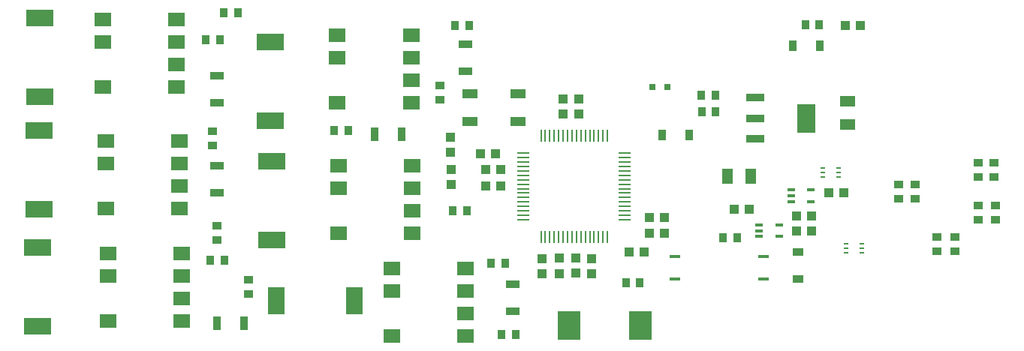
<source format=gbr>
%TF.GenerationSoftware,KiCad,Pcbnew,6.0.0*%
%TF.CreationDate,2022-01-09T21:40:48-07:00*%
%TF.ProjectId,L0005-Valve-Controller,4c303030-352d-4566-916c-76652d436f6e,1.0*%
%TF.SameCoordinates,Original*%
%TF.FileFunction,Paste,Top*%
%TF.FilePolarity,Positive*%
%FSLAX46Y46*%
G04 Gerber Fmt 4.6, Leading zero omitted, Abs format (unit mm)*
G04 Created by KiCad (PCBNEW 6.0.0) date 2022-01-09 21:40:48*
%MOMM*%
%LPD*%
G01*
G04 APERTURE LIST*
%ADD10R,2.150000X0.950000*%
%ADD11R,2.150000X3.250000*%
%ADD12R,1.700000X0.990600*%
%ADD13R,1.000000X1.100000*%
%ADD14R,1.100000X1.000000*%
%ADD15R,1.600000X0.855600*%
%ADD16R,0.855600X1.600000*%
%ADD17R,0.965200X1.295400*%
%ADD18R,1.295400X0.965200*%
%ADD19R,0.800000X0.800000*%
%ADD20R,2.620000X3.200000*%
%ADD21R,1.900000X1.500000*%
%ADD22R,0.940000X1.020000*%
%ADD23R,1.020000X0.940000*%
%ADD24R,1.854200X3.048000*%
%ADD25R,3.048000X1.854200*%
%ADD26R,1.430605X0.270000*%
%ADD27R,0.270000X1.430605*%
%ADD28R,1.219200X0.457200*%
%ADD29R,1.270000X1.778000*%
%ADD30R,1.778000X1.270000*%
%ADD31R,0.876300X0.304800*%
%ADD32R,0.508000X0.254000*%
G04 APERTURE END LIST*
D10*
%TO.C,U2*%
X153119500Y-88378000D03*
D11*
X158919500Y-90678000D03*
D10*
X153119500Y-90678000D03*
X153119500Y-92978000D03*
%TD*%
D12*
%TO.C,B1*%
X126347200Y-91089279D03*
X120947200Y-91089279D03*
X126347200Y-87889281D03*
X120947200Y-87889281D03*
%TD*%
D13*
%TO.C,C1*%
X132852160Y-108190400D03*
X132852160Y-106490400D03*
%TD*%
D14*
%TO.C,C2*%
X122167280Y-94701360D03*
X123867280Y-94701360D03*
%TD*%
D13*
%TO.C,C3*%
X134691120Y-108215800D03*
X134691120Y-106515800D03*
%TD*%
D14*
%TO.C,C4*%
X142856320Y-103657400D03*
X141156320Y-103657400D03*
%TD*%
%TO.C,C5*%
X122741320Y-96448880D03*
X124441320Y-96448880D03*
%TD*%
%TO.C,C6*%
X122710840Y-98298000D03*
X124410840Y-98298000D03*
%TD*%
D13*
%TO.C,C7*%
X133217920Y-88491960D03*
X133217920Y-90191960D03*
%TD*%
D14*
%TO.C,C8*%
X142886800Y-101909880D03*
X141186800Y-101909880D03*
%TD*%
%TO.C,C9*%
X140613500Y-105791000D03*
X138913500Y-105791000D03*
%TD*%
D13*
%TO.C,C10*%
X129082800Y-108200560D03*
X129082800Y-106500560D03*
%TD*%
%TO.C,C11*%
X130997960Y-108193840D03*
X130997960Y-106493840D03*
%TD*%
D14*
%TO.C,C12*%
X163284800Y-80213200D03*
X164984800Y-80213200D03*
%TD*%
D13*
%TO.C,C13*%
X131424680Y-88466560D03*
X131424680Y-90166560D03*
%TD*%
D15*
%TO.C,C16*%
X125811280Y-112439441D03*
X125811280Y-109383839D03*
%TD*%
D16*
%TO.C,C17*%
X113282721Y-92453460D03*
X110227119Y-92453460D03*
%TD*%
D15*
%TO.C,C18*%
X120446800Y-85401141D03*
X120446800Y-82345539D03*
%TD*%
D16*
%TO.C,C19*%
X95507801Y-113792000D03*
X92452199Y-113792000D03*
%TD*%
D15*
%TO.C,C20*%
X92456000Y-99063801D03*
X92456000Y-96008199D03*
%TD*%
%TO.C,C21*%
X92456000Y-85848199D03*
X92456000Y-88903801D03*
%TD*%
D17*
%TO.C,D1*%
X160375600Y-82499200D03*
X157327600Y-82499200D03*
%TD*%
D18*
%TO.C,D2*%
X157924500Y-108839000D03*
X157924500Y-105791000D03*
%TD*%
D17*
%TO.C,D3*%
X145669000Y-92583000D03*
X142621000Y-92583000D03*
%TD*%
D19*
%TO.C,D4*%
X143192000Y-87122000D03*
X141542000Y-87122000D03*
%TD*%
D20*
%TO.C,F1*%
X132097000Y-114046000D03*
X140191000Y-114046000D03*
%TD*%
D13*
%TO.C,J1*%
X118780560Y-94484560D03*
X118780560Y-92784560D03*
%TD*%
%TO.C,J2*%
X118805960Y-96467560D03*
X118805960Y-98167560D03*
%TD*%
D21*
%TO.C,K1*%
X120451520Y-115260120D03*
X120451520Y-112720120D03*
X120451520Y-110180120D03*
X120451520Y-107640120D03*
X112151520Y-107640120D03*
X112151520Y-110180120D03*
X112151520Y-115260120D03*
%TD*%
%TO.C,K2*%
X114416480Y-103687880D03*
X114416480Y-101147880D03*
X114416480Y-98607880D03*
X114416480Y-96067880D03*
X106116480Y-96067880D03*
X106116480Y-98607880D03*
X106116480Y-103687880D03*
%TD*%
%TO.C,K3*%
X114307260Y-88943180D03*
X114307260Y-86403180D03*
X114307260Y-83863180D03*
X114307260Y-81323180D03*
X106007260Y-81323180D03*
X106007260Y-83863180D03*
X106007260Y-88943180D03*
%TD*%
%TO.C,K4*%
X88478000Y-113538000D03*
X88478000Y-110998000D03*
X88478000Y-108458000D03*
X88478000Y-105918000D03*
X80178000Y-105918000D03*
X80178000Y-108458000D03*
X80178000Y-113538000D03*
%TD*%
%TO.C,K5*%
X88208760Y-100838000D03*
X88208760Y-98298000D03*
X88208760Y-95758000D03*
X88208760Y-93218000D03*
X79908760Y-93218000D03*
X79908760Y-95758000D03*
X79908760Y-100838000D03*
%TD*%
%TO.C,K6*%
X87860780Y-87122000D03*
X87860780Y-84582000D03*
X87860780Y-82042000D03*
X87860780Y-79502000D03*
X79560780Y-79502000D03*
X79560780Y-82042000D03*
X79560780Y-87122000D03*
%TD*%
D22*
%TO.C,R2*%
X123314400Y-107020360D03*
X124894400Y-107020360D03*
%TD*%
%TO.C,R3*%
X126088200Y-115082320D03*
X124508200Y-115082320D03*
%TD*%
%TO.C,R4*%
X118991320Y-101081840D03*
X120571320Y-101081840D03*
%TD*%
%TO.C,R5*%
X119270720Y-80233520D03*
X120850720Y-80233520D03*
%TD*%
%TO.C,R6*%
X107205840Y-92080080D03*
X105625840Y-92080080D03*
%TD*%
D23*
%TO.C,R7*%
X117589300Y-87017800D03*
X117589300Y-88597800D03*
%TD*%
D22*
%TO.C,R8*%
X91666000Y-106680000D03*
X93246000Y-106680000D03*
%TD*%
D23*
%TO.C,R9*%
X91948000Y-92174000D03*
X91948000Y-93754000D03*
%TD*%
D22*
%TO.C,R10*%
X93190000Y-78740000D03*
X94770000Y-78740000D03*
%TD*%
D23*
%TO.C,R11*%
X96012000Y-110518000D03*
X96012000Y-108938000D03*
%TD*%
%TO.C,R12*%
X92456000Y-102842000D03*
X92456000Y-104422000D03*
%TD*%
D22*
%TO.C,R13*%
X91158000Y-81788000D03*
X92738000Y-81788000D03*
%TD*%
%TO.C,R22*%
X140109000Y-109283500D03*
X138529000Y-109283500D03*
%TD*%
%TO.C,R23*%
X151056400Y-104140000D03*
X149476400Y-104140000D03*
%TD*%
%TO.C,R24*%
X147073500Y-89979500D03*
X148653500Y-89979500D03*
%TD*%
%TO.C,R25*%
X147038000Y-88074500D03*
X148618000Y-88074500D03*
%TD*%
D24*
%TO.C,RV1*%
X107953820Y-111241840D03*
X99096820Y-111241840D03*
%TD*%
D25*
%TO.C,RV2*%
X98628200Y-104420680D03*
X98628200Y-95563680D03*
%TD*%
%TO.C,RV3*%
X98402140Y-90920580D03*
X98402140Y-82063580D03*
%TD*%
%TO.C,RV4*%
X72224900Y-114156500D03*
X72224900Y-105299500D03*
%TD*%
%TO.C,RV5*%
X72382380Y-100948500D03*
X72382380Y-92091500D03*
%TD*%
%TO.C,RV6*%
X72438260Y-88248500D03*
X72438260Y-79391500D03*
%TD*%
D26*
%TO.C,U1*%
X126994618Y-94629280D03*
X126994618Y-95129279D03*
X126994618Y-95629280D03*
X126994618Y-96129279D03*
X126994618Y-96629281D03*
X126994618Y-97129280D03*
X126994618Y-97629279D03*
X126994618Y-98129280D03*
X126994618Y-98629280D03*
X126994618Y-99129281D03*
X126994618Y-99629280D03*
X126994618Y-100129279D03*
X126994618Y-100629281D03*
X126994618Y-101129280D03*
X126994618Y-101629281D03*
X126994618Y-102129280D03*
D27*
X128959920Y-104094582D03*
X129459919Y-104094582D03*
X129959920Y-104094582D03*
X130459919Y-104094582D03*
X130959921Y-104094582D03*
X131459920Y-104094582D03*
X131959919Y-104094582D03*
X132459920Y-104094582D03*
X132959920Y-104094582D03*
X133459921Y-104094582D03*
X133959920Y-104094582D03*
X134459919Y-104094582D03*
X134959921Y-104094582D03*
X135459920Y-104094582D03*
X135959921Y-104094582D03*
X136459920Y-104094582D03*
D26*
X138425222Y-102129280D03*
X138425222Y-101629281D03*
X138425222Y-101129280D03*
X138425222Y-100629281D03*
X138425222Y-100129279D03*
X138425222Y-99629280D03*
X138425222Y-99129281D03*
X138425222Y-98629280D03*
X138425222Y-98129280D03*
X138425222Y-97629279D03*
X138425222Y-97129280D03*
X138425222Y-96629281D03*
X138425222Y-96129279D03*
X138425222Y-95629280D03*
X138425222Y-95129279D03*
X138425222Y-94629280D03*
D27*
X136459920Y-92663978D03*
X135959921Y-92663978D03*
X135459920Y-92663978D03*
X134959921Y-92663978D03*
X134459919Y-92663978D03*
X133959920Y-92663978D03*
X133459921Y-92663978D03*
X132959920Y-92663978D03*
X132459920Y-92663978D03*
X131959919Y-92663978D03*
X131459920Y-92663978D03*
X130959921Y-92663978D03*
X130459919Y-92663978D03*
X129959920Y-92663978D03*
X129459919Y-92663978D03*
X128959920Y-92663978D03*
%TD*%
D28*
%TO.C,U5*%
X154089100Y-108839000D03*
X154089100Y-106299000D03*
X144106900Y-106299000D03*
X144106900Y-108839000D03*
%TD*%
D29*
%TO.C,C14*%
X149999700Y-97218500D03*
X152641300Y-97218500D03*
%TD*%
D30*
%TO.C,C15*%
X163525200Y-88747600D03*
X163525200Y-91389200D03*
%TD*%
D22*
%TO.C,R1*%
X158772800Y-80111600D03*
X160352800Y-80111600D03*
%TD*%
D23*
%TO.C,R15*%
X180086000Y-95730000D03*
X180086000Y-97310000D03*
%TD*%
%TO.C,R21*%
X180213000Y-100556000D03*
X180213000Y-102136000D03*
%TD*%
D31*
%TO.C,U4*%
X157169358Y-98791001D03*
X157169358Y-99441000D03*
X157169358Y-100090999D03*
X159391858Y-100090999D03*
X159391858Y-98791001D03*
%TD*%
D14*
%TO.C,C22*%
X150788000Y-100965000D03*
X152488000Y-100965000D03*
%TD*%
D32*
%TO.C,Q2*%
X160755990Y-96266000D03*
X160755990Y-96774000D03*
X160755990Y-97282000D03*
X162559390Y-97282000D03*
X162559390Y-96774000D03*
X162559390Y-96266000D03*
%TD*%
%TO.C,Q1*%
X163334700Y-104851200D03*
X163334700Y-105359200D03*
X163334700Y-105867200D03*
X165138100Y-105867200D03*
X165138100Y-105359200D03*
X165138100Y-104851200D03*
%TD*%
D14*
%TO.C,C25*%
X163156000Y-99060000D03*
X161456000Y-99060000D03*
%TD*%
%TO.C,C24*%
X159473000Y-103378000D03*
X157773000Y-103378000D03*
%TD*%
D23*
%TO.C,R20*%
X178308000Y-95730000D03*
X178308000Y-97310000D03*
%TD*%
%TO.C,R14*%
X175666400Y-104112000D03*
X175666400Y-105692000D03*
%TD*%
D14*
%TO.C,C23*%
X159473000Y-101727000D03*
X157773000Y-101727000D03*
%TD*%
D23*
%TO.C,R18*%
X173634400Y-104112000D03*
X173634400Y-105692000D03*
%TD*%
%TO.C,R19*%
X171133800Y-99725600D03*
X171133800Y-98145600D03*
%TD*%
%TO.C,R17*%
X178308000Y-102136000D03*
X178308000Y-100556000D03*
%TD*%
D31*
%TO.C,U3*%
X153574750Y-102728001D03*
X153574750Y-103378000D03*
X153574750Y-104027999D03*
X155797250Y-104027999D03*
X155797250Y-102728001D03*
%TD*%
D23*
%TO.C,R16*%
X169279600Y-98145600D03*
X169279600Y-99725600D03*
%TD*%
M02*

</source>
